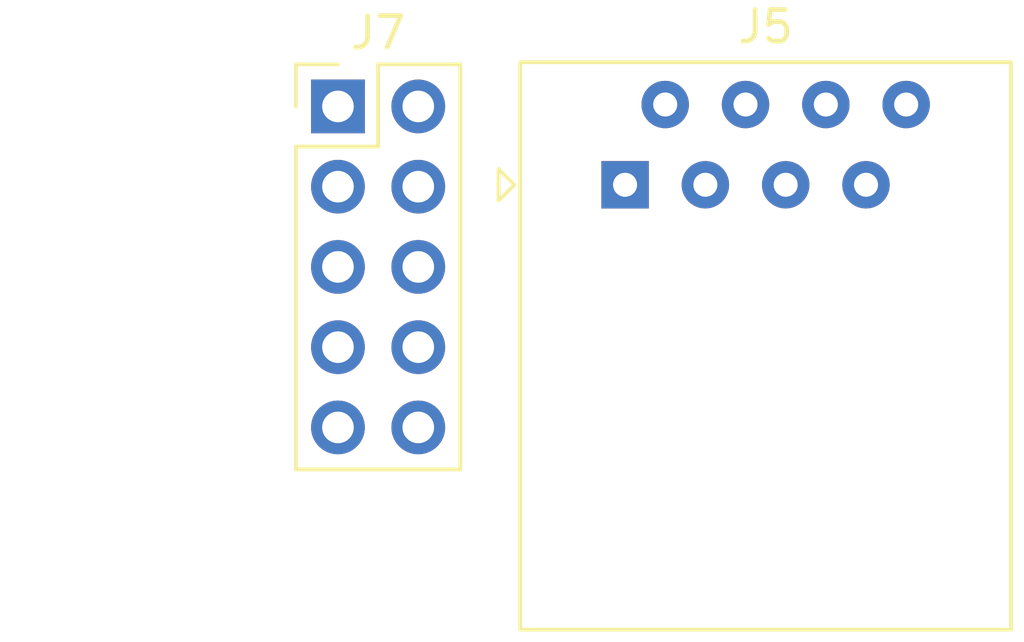
<source format=kicad_pcb>
(kicad_pcb (version 20240108) (generator "pcbnew") (generator_version "8.0")
  (layers (0 "F.Cu" signal) (31 "B.Cu" signal) (34 "B.Paste" user) (35 "F.Paste" user) (36 "B.SilkS" user "B.Silkscreen") (37 "F.SilkS" user "F.Silkscreen") (38 "B.Mask" user) (39 "F.Mask" user) (44 "Edge.Cuts" user))
  (net 0 "")
  (footprint "Connector_PinHeader_2.54mm:PinHeader_2x05_P2.54mm_Vertical" (layer "F.Cu") (at 119.64 91.8)
    (property "Reference" "J7" (at 1.27 -2.33 0) (layer "F.SilkS"))
    (property "Value" "Conn_02x05_Counter_Clockwise")
    (fp_line (start -1.33 -1.33) (end 0 -1.33) (stroke (width 0.12)) (layer "F.SilkS"))
    (fp_line (start -1.33 0) (end -1.33 -1.33) (stroke (width 0.12)) (layer "F.SilkS"))
    (fp_line (start -1.33 1.27) (end -1.33 11.49) (stroke (width 0.12)) (layer "F.SilkS"))
    (fp_line (start -1.33 1.27) (end 1.27 1.27) (stroke (width 0.12)) (layer "F.SilkS"))
    (fp_line (start -1.33 11.49) (end 3.87 11.49) (stroke (width 0.12)) (layer "F.SilkS"))
    (fp_line (start 1.27 -1.33) (end 3.87 -1.33) (stroke (width 0.12)) (layer "F.SilkS"))
    (fp_line (start 1.27 1.27) (end 1.27 -1.33) (stroke (width 0.12)) (layer "F.SilkS"))
    (fp_line (start 3.87 -1.33) (end 3.87 11.49) (stroke (width 0.12)) (layer "F.SilkS"))
    (pad "1" thru_hole rect (at 0 0) (size 1.7 1.7) (drill 1) (layers "*.Cu" "*.Mask"))
    (pad "2" thru_hole oval (at 2.54 0) (size 1.7 1.7) (drill 1) (layers "*.Cu" "*.Mask"))
    (pad "3" thru_hole oval (at 0 2.54) (size 1.7 1.7) (drill 1) (layers "*.Cu" "*.Mask"))
    (pad "4" thru_hole oval (at 2.54 2.54) (size 1.7 1.7) (drill 1) (layers "*.Cu" "*.Mask"))
    (pad "5" thru_hole oval (at 0 5.08) (size 1.7 1.7) (drill 1) (layers "*.Cu" "*.Mask"))
    (pad "6" thru_hole oval (at 2.54 5.08) (size 1.7 1.7) (drill 1) (layers "*.Cu" "*.Mask"))
    (pad "7" thru_hole oval (at 0 7.62) (size 1.7 1.7) (drill 1) (layers "*.Cu" "*.Mask"))
    (pad "8" thru_hole oval (at 2.54 7.62) (size 1.7 1.7) (drill 1) (layers "*.Cu" "*.Mask"))
    (pad "9" thru_hole oval (at 0 10.16) (size 1.7 1.7) (drill 1) (layers "*.Cu" "*.Mask"))
    (pad "10" thru_hole oval (at 2.54 10.16) (size 1.7 1.7) (drill 1) (layers "*.Cu" "*.Mask"))
  )
  (footprint "Connector_RJ:RJ45_Amphenol_54602-x08_Horizontal" (layer "F.Cu") (at 128.72 94.28)
    (property "Reference" "J5" (at 4.445 -5 0) (layer "F.SilkS"))
    (property "Value" "RJ45")
    (fp_line (start -4 -0.5) (end -4 0.5) (stroke (width 0.12)) (layer "F.SilkS"))
    (fp_line (start -4 0.5) (end -3.5 0) (stroke (width 0.12)) (layer "F.SilkS"))
    (fp_line (start -3.5 0) (end -4 -0.5) (stroke (width 0.12)) (layer "F.SilkS"))
    (fp_line (start -3.315 -3.88) (end -3.315 14.08) (stroke (width 0.12)) (layer "F.SilkS"))
    (fp_line (start -3.315 14.08) (end 12.205 14.08) (stroke (width 0.12)) (layer "F.SilkS"))
    (fp_line (start 12.205 -3.88) (end -3.315 -3.88) (stroke (width 0.12)) (layer "F.SilkS"))
    (fp_line (start 12.205 -3.88) (end 12.205 14.08) (stroke (width 0.12)) (layer "F.SilkS"))
    (pad "" np_thru_hole circle (at -1.27 6.35) (size 3.2 3.2) (drill 3.2) (layers "*.Cu" "*.Mask"))
    (pad "" np_thru_hole circle (at 10.16 6.35) (size 3.2 3.2) (drill 3.2) (layers "*.Cu" "*.Mask"))
    (pad "1" thru_hole rect (at 0 0) (size 1.5 1.5) (drill 0.76) (layers "*.Cu" "*.Mask"))
    (pad "2" thru_hole circle (at 1.27 -2.54) (size 1.5 1.5) (drill 0.76) (layers "*.Cu" "*.Mask"))
    (pad "3" thru_hole circle (at 2.54 0) (size 1.5 1.5) (drill 0.76) (layers "*.Cu" "*.Mask"))
    (pad "4" thru_hole circle (at 3.81 -2.54) (size 1.5 1.5) (drill 0.76) (layers "*.Cu" "*.Mask"))
    (pad "5" thru_hole circle (at 5.08 0) (size 1.5 1.5) (drill 0.76) (layers "*.Cu" "*.Mask"))
    (pad "6" thru_hole circle (at 6.35 -2.54) (size 1.5 1.5) (drill 0.76) (layers "*.Cu" "*.Mask"))
    (pad "7" thru_hole circle (at 7.62 0) (size 1.5 1.5) (drill 0.76) (layers "*.Cu" "*.Mask"))
    (pad "8" thru_hole circle (at 8.89 -2.54) (size 1.5 1.5) (drill 0.76) (layers "*.Cu" "*.Mask"))
  )
)
</source>
